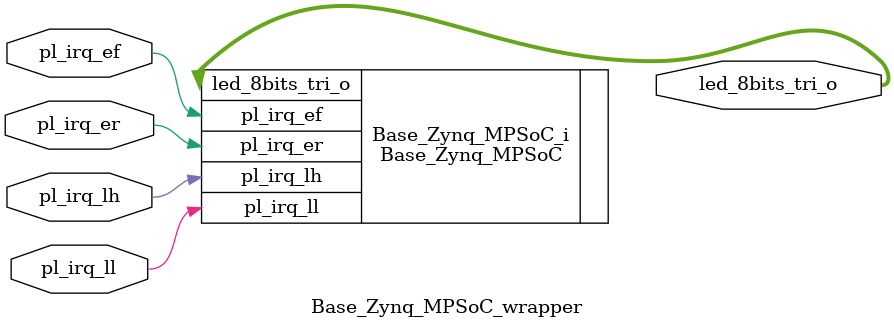
<source format=v>
`timescale 1 ps / 1 ps

module Base_Zynq_MPSoC_wrapper
   (led_8bits_tri_o,
    pl_irq_ef,
    pl_irq_er,
    pl_irq_lh,
    pl_irq_ll);
  output [7:0]led_8bits_tri_o;
  input [0:0]pl_irq_ef;
  input [0:0]pl_irq_er;
  input [0:0]pl_irq_lh;
  input [0:0]pl_irq_ll;

  wire [7:0]led_8bits_tri_o;
  wire [0:0]pl_irq_ef;
  wire [0:0]pl_irq_er;
  wire [0:0]pl_irq_lh;
  wire [0:0]pl_irq_ll;

  Base_Zynq_MPSoC Base_Zynq_MPSoC_i
       (.led_8bits_tri_o(led_8bits_tri_o),
        .pl_irq_ef(pl_irq_ef),
        .pl_irq_er(pl_irq_er),
        .pl_irq_lh(pl_irq_lh),
        .pl_irq_ll(pl_irq_ll));
endmodule

</source>
